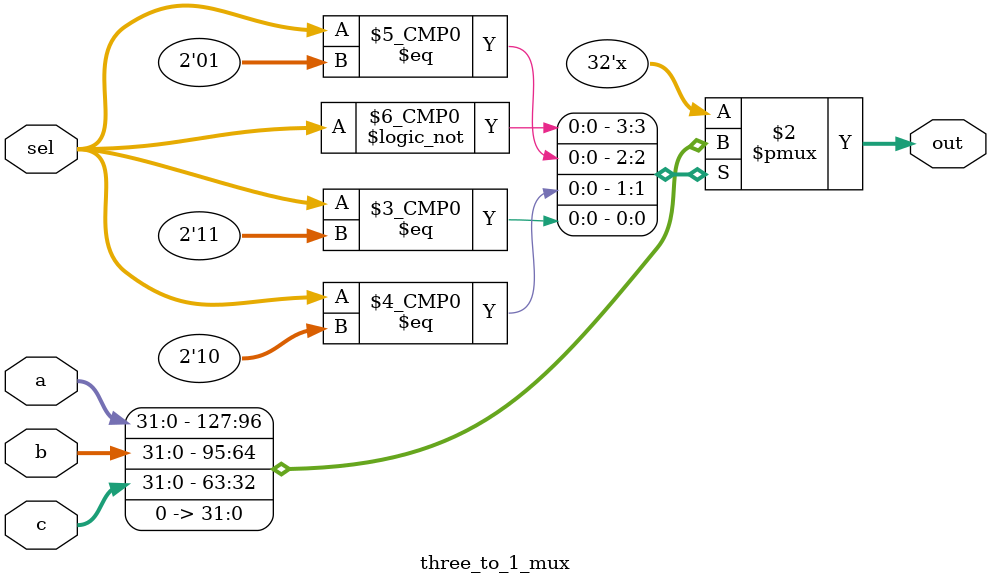
<source format=v>
`timescale 1ns / 1ps


module mux(d1, d2, d3, d4, d5, d6, sel, out);
//declare inputs and output
input d1, d2, d3, d4, d5, d6;
input [2:0] sel; 
output reg out; 

always@(d1, d2, d3, d4, d5, d6, sel)
begin
//check various input values for select
    if (sel == 3'b000)
        out <= d1;
    else if (sel == 3'b001)
        out <= d2;
    else if (sel == 3'b010)
        out <= d3;
    else if (sel == 3'b011)
        out <= d4;
    else if (sel == 3'b100)
        out <= d5; 
    else
        out <= d6; 
end

endmodule

module two_to_1_mux(
   input [31:0] a,
   input [31:0] b,
   input sel,
   output [31:0] out
);
  //2-to-1 mux
  assign out = sel ? a : b; 
endmodule

module three_to_1_mux(
   input [31:0] a,
   input [31:0] b,
   input [31:0] c,
   input [1:0] sel,
   output reg [31:0] out
);
  //3-to-1 mux
  always @ (a or b or c or sel) begin
     $display ("three_to_1_mux sel is %d a=%d b=%d c=%d", sel, a, b, c);
     case (sel)
       2'b00 : out <= a;
       2'b01 : out <= b;
       2'b10 : out <= c;
       2'b11 : out <= 0;//dont care
     endcase
  end

endmodule

</source>
